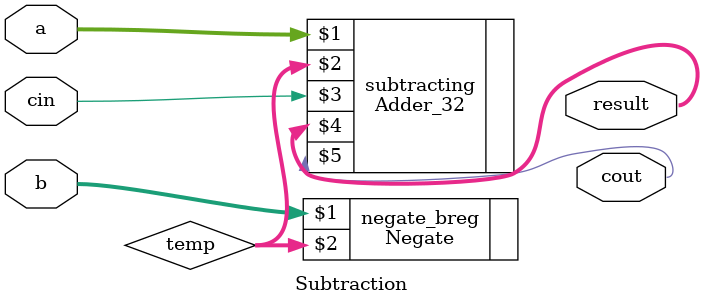
<source format=v>
module Subtraction (input [31:0] a, b, input cin, output [31:0] result, output cout);
	//negate the second value and add them
	wire [31:0] temp;
	Negate negate_breg (b, temp);
	Adder_32 subtracting (a, temp, cin, result, cout);
	
endmodule

</source>
